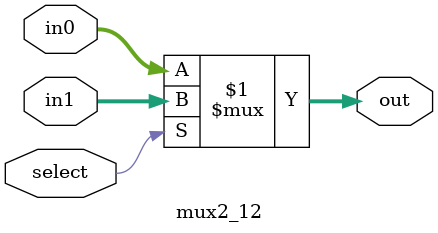
<source format=v>
module mux2_12(out, select, in0, in1);
    input select;
    input [11:0] in0, in1;
    output [11:0] out;
    assign out = select ? in1 : in0;
endmodule
</source>
